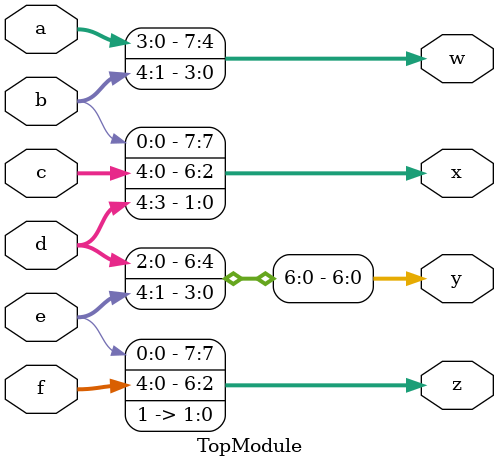
<source format=sv>

module TopModule (
  input [4:0] a,
  input [4:0] b,
  input [4:0] c,
  input [4:0] d,
  input [4:0] e,
  input [4:0] f,
  output [7:0] w,
  output [7:0] x,
  output [7:0] y,
  output [7:0] z
);
assign {w, x, y[6:0], z} = {a, b, c, d, e, f, 2'b11};
endmodule

</source>
